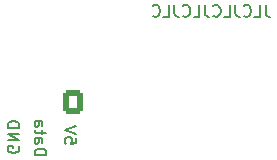
<source format=gbo>
%TF.GenerationSoftware,KiCad,Pcbnew,7.0.9-1.fc39*%
%TF.CreationDate,2023-12-07T10:16:05+00:00*%
%TF.ProjectId,LED PCB V2,4c454420-5043-4422-9056-322e6b696361,rev?*%
%TF.SameCoordinates,Original*%
%TF.FileFunction,Legend,Bot*%
%TF.FilePolarity,Positive*%
%FSLAX46Y46*%
G04 Gerber Fmt 4.6, Leading zero omitted, Abs format (unit mm)*
G04 Created by KiCad (PCBNEW 7.0.9-1.fc39) date 2023-12-07 10:16:05*
%MOMM*%
%LPD*%
G01*
G04 APERTURE LIST*
G04 Aperture macros list*
%AMRoundRect*
0 Rectangle with rounded corners*
0 $1 Rounding radius*
0 $2 $3 $4 $5 $6 $7 $8 $9 X,Y pos of 4 corners*
0 Add a 4 corners polygon primitive as box body*
4,1,4,$2,$3,$4,$5,$6,$7,$8,$9,$2,$3,0*
0 Add four circle primitives for the rounded corners*
1,1,$1+$1,$2,$3*
1,1,$1+$1,$4,$5*
1,1,$1+$1,$6,$7*
1,1,$1+$1,$8,$9*
0 Add four rect primitives between the rounded corners*
20,1,$1+$1,$2,$3,$4,$5,0*
20,1,$1+$1,$4,$5,$6,$7,0*
20,1,$1+$1,$6,$7,$8,$9,0*
20,1,$1+$1,$8,$9,$2,$3,0*%
G04 Aperture macros list end*
%ADD10C,0.150000*%
%ADD11RoundRect,0.250000X0.600000X0.725000X-0.600000X0.725000X-0.600000X-0.725000X0.600000X-0.725000X0*%
%ADD12O,1.700000X1.950000*%
G04 APERTURE END LIST*
D10*
X103238180Y-53035030D02*
X103238180Y-53511220D01*
X103238180Y-53511220D02*
X102761990Y-53558839D01*
X102761990Y-53558839D02*
X102809609Y-53511220D01*
X102809609Y-53511220D02*
X102857228Y-53415982D01*
X102857228Y-53415982D02*
X102857228Y-53177887D01*
X102857228Y-53177887D02*
X102809609Y-53082649D01*
X102809609Y-53082649D02*
X102761990Y-53035030D01*
X102761990Y-53035030D02*
X102666752Y-52987411D01*
X102666752Y-52987411D02*
X102428657Y-52987411D01*
X102428657Y-52987411D02*
X102333419Y-53035030D01*
X102333419Y-53035030D02*
X102285800Y-53082649D01*
X102285800Y-53082649D02*
X102238180Y-53177887D01*
X102238180Y-53177887D02*
X102238180Y-53415982D01*
X102238180Y-53415982D02*
X102285800Y-53511220D01*
X102285800Y-53511220D02*
X102333419Y-53558839D01*
X103238180Y-52701696D02*
X102238180Y-52368363D01*
X102238180Y-52368363D02*
X103238180Y-52035030D01*
X119265506Y-41795819D02*
X119265506Y-42510104D01*
X119265506Y-42510104D02*
X119313125Y-42652961D01*
X119313125Y-42652961D02*
X119408363Y-42748200D01*
X119408363Y-42748200D02*
X119551220Y-42795819D01*
X119551220Y-42795819D02*
X119646458Y-42795819D01*
X118313125Y-42795819D02*
X118789315Y-42795819D01*
X118789315Y-42795819D02*
X118789315Y-41795819D01*
X117408363Y-42700580D02*
X117455982Y-42748200D01*
X117455982Y-42748200D02*
X117598839Y-42795819D01*
X117598839Y-42795819D02*
X117694077Y-42795819D01*
X117694077Y-42795819D02*
X117836934Y-42748200D01*
X117836934Y-42748200D02*
X117932172Y-42652961D01*
X117932172Y-42652961D02*
X117979791Y-42557723D01*
X117979791Y-42557723D02*
X118027410Y-42367247D01*
X118027410Y-42367247D02*
X118027410Y-42224390D01*
X118027410Y-42224390D02*
X117979791Y-42033914D01*
X117979791Y-42033914D02*
X117932172Y-41938676D01*
X117932172Y-41938676D02*
X117836934Y-41843438D01*
X117836934Y-41843438D02*
X117694077Y-41795819D01*
X117694077Y-41795819D02*
X117598839Y-41795819D01*
X117598839Y-41795819D02*
X117455982Y-41843438D01*
X117455982Y-41843438D02*
X117408363Y-41891057D01*
X116694077Y-41795819D02*
X116694077Y-42510104D01*
X116694077Y-42510104D02*
X116741696Y-42652961D01*
X116741696Y-42652961D02*
X116836934Y-42748200D01*
X116836934Y-42748200D02*
X116979791Y-42795819D01*
X116979791Y-42795819D02*
X117075029Y-42795819D01*
X115741696Y-42795819D02*
X116217886Y-42795819D01*
X116217886Y-42795819D02*
X116217886Y-41795819D01*
X114836934Y-42700580D02*
X114884553Y-42748200D01*
X114884553Y-42748200D02*
X115027410Y-42795819D01*
X115027410Y-42795819D02*
X115122648Y-42795819D01*
X115122648Y-42795819D02*
X115265505Y-42748200D01*
X115265505Y-42748200D02*
X115360743Y-42652961D01*
X115360743Y-42652961D02*
X115408362Y-42557723D01*
X115408362Y-42557723D02*
X115455981Y-42367247D01*
X115455981Y-42367247D02*
X115455981Y-42224390D01*
X115455981Y-42224390D02*
X115408362Y-42033914D01*
X115408362Y-42033914D02*
X115360743Y-41938676D01*
X115360743Y-41938676D02*
X115265505Y-41843438D01*
X115265505Y-41843438D02*
X115122648Y-41795819D01*
X115122648Y-41795819D02*
X115027410Y-41795819D01*
X115027410Y-41795819D02*
X114884553Y-41843438D01*
X114884553Y-41843438D02*
X114836934Y-41891057D01*
X114122648Y-41795819D02*
X114122648Y-42510104D01*
X114122648Y-42510104D02*
X114170267Y-42652961D01*
X114170267Y-42652961D02*
X114265505Y-42748200D01*
X114265505Y-42748200D02*
X114408362Y-42795819D01*
X114408362Y-42795819D02*
X114503600Y-42795819D01*
X113170267Y-42795819D02*
X113646457Y-42795819D01*
X113646457Y-42795819D02*
X113646457Y-41795819D01*
X112265505Y-42700580D02*
X112313124Y-42748200D01*
X112313124Y-42748200D02*
X112455981Y-42795819D01*
X112455981Y-42795819D02*
X112551219Y-42795819D01*
X112551219Y-42795819D02*
X112694076Y-42748200D01*
X112694076Y-42748200D02*
X112789314Y-42652961D01*
X112789314Y-42652961D02*
X112836933Y-42557723D01*
X112836933Y-42557723D02*
X112884552Y-42367247D01*
X112884552Y-42367247D02*
X112884552Y-42224390D01*
X112884552Y-42224390D02*
X112836933Y-42033914D01*
X112836933Y-42033914D02*
X112789314Y-41938676D01*
X112789314Y-41938676D02*
X112694076Y-41843438D01*
X112694076Y-41843438D02*
X112551219Y-41795819D01*
X112551219Y-41795819D02*
X112455981Y-41795819D01*
X112455981Y-41795819D02*
X112313124Y-41843438D01*
X112313124Y-41843438D02*
X112265505Y-41891057D01*
X111551219Y-41795819D02*
X111551219Y-42510104D01*
X111551219Y-42510104D02*
X111598838Y-42652961D01*
X111598838Y-42652961D02*
X111694076Y-42748200D01*
X111694076Y-42748200D02*
X111836933Y-42795819D01*
X111836933Y-42795819D02*
X111932171Y-42795819D01*
X110598838Y-42795819D02*
X111075028Y-42795819D01*
X111075028Y-42795819D02*
X111075028Y-41795819D01*
X109694076Y-42700580D02*
X109741695Y-42748200D01*
X109741695Y-42748200D02*
X109884552Y-42795819D01*
X109884552Y-42795819D02*
X109979790Y-42795819D01*
X109979790Y-42795819D02*
X110122647Y-42748200D01*
X110122647Y-42748200D02*
X110217885Y-42652961D01*
X110217885Y-42652961D02*
X110265504Y-42557723D01*
X110265504Y-42557723D02*
X110313123Y-42367247D01*
X110313123Y-42367247D02*
X110313123Y-42224390D01*
X110313123Y-42224390D02*
X110265504Y-42033914D01*
X110265504Y-42033914D02*
X110217885Y-41938676D01*
X110217885Y-41938676D02*
X110122647Y-41843438D01*
X110122647Y-41843438D02*
X109979790Y-41795819D01*
X109979790Y-41795819D02*
X109884552Y-41795819D01*
X109884552Y-41795819D02*
X109741695Y-41843438D01*
X109741695Y-41843438D02*
X109694076Y-41891057D01*
X98364561Y-53749411D02*
X98412180Y-53844649D01*
X98412180Y-53844649D02*
X98412180Y-53987506D01*
X98412180Y-53987506D02*
X98364561Y-54130363D01*
X98364561Y-54130363D02*
X98269323Y-54225601D01*
X98269323Y-54225601D02*
X98174085Y-54273220D01*
X98174085Y-54273220D02*
X97983609Y-54320839D01*
X97983609Y-54320839D02*
X97840752Y-54320839D01*
X97840752Y-54320839D02*
X97650276Y-54273220D01*
X97650276Y-54273220D02*
X97555038Y-54225601D01*
X97555038Y-54225601D02*
X97459800Y-54130363D01*
X97459800Y-54130363D02*
X97412180Y-53987506D01*
X97412180Y-53987506D02*
X97412180Y-53892268D01*
X97412180Y-53892268D02*
X97459800Y-53749411D01*
X97459800Y-53749411D02*
X97507419Y-53701792D01*
X97507419Y-53701792D02*
X97840752Y-53701792D01*
X97840752Y-53701792D02*
X97840752Y-53892268D01*
X97412180Y-53273220D02*
X98412180Y-53273220D01*
X98412180Y-53273220D02*
X97412180Y-52701792D01*
X97412180Y-52701792D02*
X98412180Y-52701792D01*
X97412180Y-52225601D02*
X98412180Y-52225601D01*
X98412180Y-52225601D02*
X98412180Y-51987506D01*
X98412180Y-51987506D02*
X98364561Y-51844649D01*
X98364561Y-51844649D02*
X98269323Y-51749411D01*
X98269323Y-51749411D02*
X98174085Y-51701792D01*
X98174085Y-51701792D02*
X97983609Y-51654173D01*
X97983609Y-51654173D02*
X97840752Y-51654173D01*
X97840752Y-51654173D02*
X97650276Y-51701792D01*
X97650276Y-51701792D02*
X97555038Y-51749411D01*
X97555038Y-51749411D02*
X97459800Y-51844649D01*
X97459800Y-51844649D02*
X97412180Y-51987506D01*
X97412180Y-51987506D02*
X97412180Y-52225601D01*
X99698180Y-54527220D02*
X100698180Y-54527220D01*
X100698180Y-54527220D02*
X100698180Y-54289125D01*
X100698180Y-54289125D02*
X100650561Y-54146268D01*
X100650561Y-54146268D02*
X100555323Y-54051030D01*
X100555323Y-54051030D02*
X100460085Y-54003411D01*
X100460085Y-54003411D02*
X100269609Y-53955792D01*
X100269609Y-53955792D02*
X100126752Y-53955792D01*
X100126752Y-53955792D02*
X99936276Y-54003411D01*
X99936276Y-54003411D02*
X99841038Y-54051030D01*
X99841038Y-54051030D02*
X99745800Y-54146268D01*
X99745800Y-54146268D02*
X99698180Y-54289125D01*
X99698180Y-54289125D02*
X99698180Y-54527220D01*
X99698180Y-53098649D02*
X100221990Y-53098649D01*
X100221990Y-53098649D02*
X100317228Y-53146268D01*
X100317228Y-53146268D02*
X100364847Y-53241506D01*
X100364847Y-53241506D02*
X100364847Y-53431982D01*
X100364847Y-53431982D02*
X100317228Y-53527220D01*
X99745800Y-53098649D02*
X99698180Y-53193887D01*
X99698180Y-53193887D02*
X99698180Y-53431982D01*
X99698180Y-53431982D02*
X99745800Y-53527220D01*
X99745800Y-53527220D02*
X99841038Y-53574839D01*
X99841038Y-53574839D02*
X99936276Y-53574839D01*
X99936276Y-53574839D02*
X100031514Y-53527220D01*
X100031514Y-53527220D02*
X100079133Y-53431982D01*
X100079133Y-53431982D02*
X100079133Y-53193887D01*
X100079133Y-53193887D02*
X100126752Y-53098649D01*
X100364847Y-52765315D02*
X100364847Y-52384363D01*
X100698180Y-52622458D02*
X99841038Y-52622458D01*
X99841038Y-52622458D02*
X99745800Y-52574839D01*
X99745800Y-52574839D02*
X99698180Y-52479601D01*
X99698180Y-52479601D02*
X99698180Y-52384363D01*
X99698180Y-51622458D02*
X100221990Y-51622458D01*
X100221990Y-51622458D02*
X100317228Y-51670077D01*
X100317228Y-51670077D02*
X100364847Y-51765315D01*
X100364847Y-51765315D02*
X100364847Y-51955791D01*
X100364847Y-51955791D02*
X100317228Y-52051029D01*
X99745800Y-51622458D02*
X99698180Y-51717696D01*
X99698180Y-51717696D02*
X99698180Y-51955791D01*
X99698180Y-51955791D02*
X99745800Y-52051029D01*
X99745800Y-52051029D02*
X99841038Y-52098648D01*
X99841038Y-52098648D02*
X99936276Y-52098648D01*
X99936276Y-52098648D02*
X100031514Y-52051029D01*
X100031514Y-52051029D02*
X100079133Y-51955791D01*
X100079133Y-51955791D02*
X100079133Y-51717696D01*
X100079133Y-51717696D02*
X100126752Y-51622458D01*
%LPC*%
D11*
%TO.C,J1*%
X102970000Y-50050000D03*
D12*
X100470000Y-50050000D03*
X97970000Y-50050000D03*
%TD*%
%LPD*%
M02*

</source>
